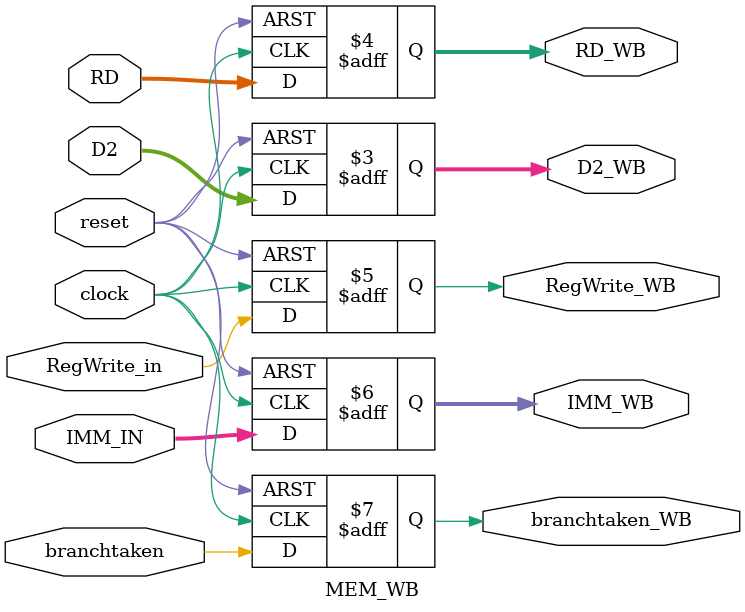
<source format=v>

module MEM_WB(
	input wire clock,
	input wire reset,
	input wire [31:0] D2,
	input wire [4:0] RD,
	input wire RegWrite_in,
	input wire [31:0] IMM_IN,
	input wire branchtaken,
	output reg [31:0] D2_WB,
	output reg [4:0] RD_WB,
	output reg RegWrite_WB,
	output reg [31:0] IMM_WB,
	output reg branchtaken_WB);
	
	// Write data on positive edge or reset
	always @(posedge clock or posedge reset) begin
		if(reset == 1'b1) begin
			D2_WB <= 32'd0;
			RD_WB <= 5'd0;
			RegWrite_WB <= 1'd0;
				branchtaken_WB <= 1'd0;
			IMM_WB <= 32'd0;
		end else begin
			D2_WB <= D2;
			RD_WB <= RD;
			RegWrite_WB <= RegWrite_in;
			branchtaken_WB <= branchtaken;
			IMM_WB <= IMM_IN;
		end
	end
	
endmodule


</source>
